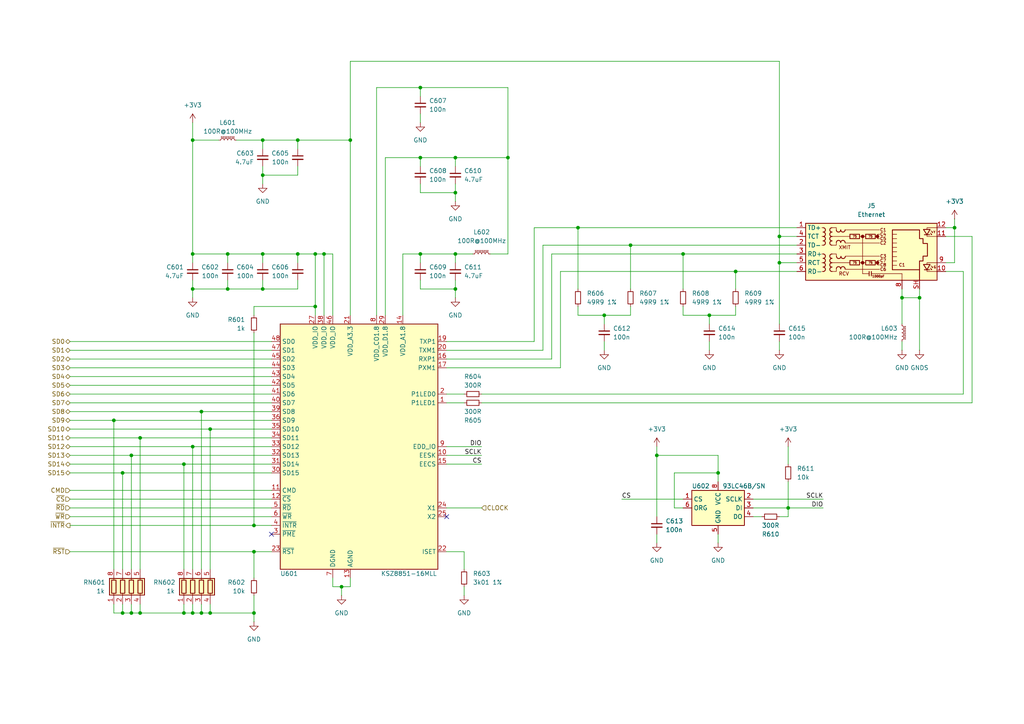
<source format=kicad_sch>
(kicad_sch (version 20250114) (generator "eeschema") (generator_version "9.0")
  (paper "A4")
  (lib_symbols
    (symbol "Connector:RJ45_Hanrun_HR911105A_Horizontal"
      (property "Reference" "J" (at 18.415 10.16 0))
      (property "Value" "RJ45_Hanrun_HR911105A_Horizontal" (at -19.05 10.16 0))
      (symbol "RJ45_Hanrun_HR911105A_Horizontal_0_0"
        (circle (center -1.27 5.08) (radius 0.0001) (stroke (width 0.508)))
        (polyline (pts (xy -1.27 5.08) (xy -1.27 -5.715)))
        (circle (center -1.27 -2.54) (radius 0.0001) (stroke (width 0.508)))
        (polyline (pts (xy 0.635 -5.08) (xy 0.635 -6.35)) (stroke (width 0.254)))
        (polyline (pts (xy 1.27 -5.08) (xy 1.27 -6.35)) (stroke (width 0.254)))
        (polyline (pts (xy 3.048 5.08) (xy 2.54 5.08)))
        (circle (center 3.048 5.08) (radius 0.0001) (stroke (width 0.508)))
        (polyline (pts (xy 3.048 -2.54) (xy 2.54 -2.54)))
        (circle (center 3.048 -2.54) (radius 0.0001) (stroke (width 0.508)))
        (polyline (pts (xy 3.683 5.715) (xy 3.048 5.715) (xy 3.048 4.445) (xy 3.683 4.445)))
        (polyline (pts (xy 3.683 -1.905) (xy 3.048 -1.905) (xy 3.048 -3.175) (xy 3.683 -3.175)))
        (polyline (pts (xy 17.399 7.112) (xy 17.399 7.62) (xy 20.32 7.62)))
        (polyline (pts (xy 17.399 -3.048) (xy 17.399 -2.54) (xy 20.32 -2.54)))
        (polyline (pts (xy 20.32 5.08) (xy 17.399 5.08) (xy 17.399 5.588)))
        (polyline (pts (xy 20.32 -5.08) (xy 17.399 -5.08) (xy 17.399 -4.572)))
        (text "XMIT" (at -8.255 1.905 0) (effects (font (size 1.016 1.016)) (justify left)))
        (text "RCV" (at -8.255 -5.715 0) (effects (font (size 1.016 1.016)) (justify left)))
        (text "C1" (at 4.699 6.985 0) (effects (font (size 0.889 0.889))))
        (text "C4" (at 4.699 5.715 0) (effects (font (size 0.889 0.889))))
        (text "C5" (at 4.699 4.445 0) (effects (font (size 0.889 0.889))))
        (text "C2" (at 4.699 3.175 0) (effects (font (size 0.889 0.889))))
        (text "C3" (at 4.699 -0.635 0) (effects (font (size 0.889 0.889))))
        (text "C7" (at 4.699 -1.905 0) (effects (font (size 0.889 0.889))))
        (text "C8" (at 4.699 -3.175 0) (effects (font (size 0.889 0.889))))
        (text "C6" (at 4.699 -4.445 0) (effects (font (size 0.889 0.889))))
        (text "C1" (at 10.16 -3.175 0) (effects (font (size 0.889 0.889))))
      )
      (symbol "RJ45_Hanrun_HR911105A_Horizontal_0_1"
        (rectangle (start -17.78 8.89) (end 20.32 -7.62) (stroke (width 0.254)) (fill (type background)))
        (polyline (pts (xy -12.7 7.62) (xy -13.081 7.62)))
        (polyline (pts (xy -12.7 5.08) (xy -13.081 5.08)))
        (polyline (pts (xy -12.7 2.54) (xy -13.081 2.54)))
        (polyline (pts (xy -12.7 0) (xy -13.081 0)))
        (polyline (pts (xy -12.7 -2.54) (xy -13.081 -2.54)))
        (polyline (pts (xy -12.7 -5.08) (xy -13.081 -5.08)))
        (polyline (pts (xy -10.16 7.62) (xy -8.89 7.62) (xy -8.89 6.985)))
        (polyline (pts (xy -10.16 0) (xy -8.89 0) (xy -8.89 -0.635)))
        (polyline (pts (xy -8.89 3.175) (xy -8.89 2.54) (xy -10.16 2.54)))
        (polyline (pts (xy -8.89 -4.445) (xy -8.89 -5.08) (xy -10.16 -5.08)))
        (polyline (pts (xy -6.35 6.985) (xy 3.683 6.985)))
        (polyline (pts (xy -6.35 3.175) (xy 3.683 3.175)))
        (polyline (pts (xy -6.35 -4.445) (xy 3.683 -4.445)))
        (polyline (pts (xy -6.223 -0.635) (xy 3.683 -0.635)))
        (polyline (pts (xy -5.08 -2.54) (xy -10.16 -2.54)))
        (polyline (pts (xy -4.953 5.08) (xy -10.16 5.08)))
        (polyline (pts (xy -2.159 5.08) (xy -0.381 5.08)))
        (polyline (pts (xy -2.159 -2.54) (xy -0.381 -2.54)))
        (polyline (pts (xy 0.635 -5.715) (xy -1.27 -5.715)))
        (polyline (pts (xy 7.366 3.175) (xy 8.636 3.175)))
        (polyline (pts (xy 7.366 1.905) (xy 8.636 1.905)))
        (polyline (pts (xy 7.366 0.635) (xy 8.636 0.635)))
        (polyline (pts (xy 7.366 -0.762) (xy 8.636 -0.762)))
        (polyline (pts (xy 7.366 -2.032) (xy 8.636 -2.032)))
        (polyline (pts (xy 8.636 5.715) (xy 7.366 5.715)))
        (polyline (pts (xy 8.636 4.445) (xy 7.366 4.445)))
        (polyline (pts (xy 8.636 -3.302) (xy 7.366 -3.302)))
        (polyline (pts (xy 10.16 -5.715) (xy 1.27 -5.715)))
        (polyline (pts (xy 10.16 -5.715) (xy 10.16 -7.62)))
      )
      (symbol "RJ45_Hanrun_HR911105A_Horizontal_1_0"
        (text "1000pF" (at 3.302 -6.477 0) (effects (font (size 0.635 0.635))))
      )
      (symbol "RJ45_Hanrun_HR911105A_Horizontal_1_1"
        (arc (start -12.7 0) (mid -12.0677 -0.635) (end -12.7 -1.27) (stroke (width 0.254)))
        (arc (start -12.6973 7.62) (mid -12.065 6.985) (end -12.6973 6.35) (stroke (width 0.254)))
        (arc (start -12.6973 -1.27) (mid -12.065 -1.905) (end -12.6973 -2.54) (stroke (width 0.254)))
        (arc (start -12.6973 -2.54) (mid -12.065 -3.175) (end -12.6973 -3.81) (stroke (width 0.254)))
        (arc (start -12.6973 -3.81) (mid -12.065 -4.445) (end -12.6973 -5.08) (stroke (width 0.254)))
        (arc (start -12.6946 6.35) (mid -12.0623 5.715) (end -12.6946 5.08) (stroke (width 0.254)))
        (arc (start -12.6946 5.08) (mid -12.0623 4.445) (end -12.6946 3.81) (stroke (width 0.254)))
        (arc (start -12.6946 3.81) (mid -12.0623 3.175) (end -12.6946 2.54) (stroke (width 0.254)))
        (arc (start -10.1654 6.35) (mid -10.7977 6.985) (end -10.1654 7.62) (stroke (width 0.254)))
        (arc (start -10.1654 5.08) (mid -10.7977 5.715) (end -10.1654 6.35) (stroke (width 0.254)))
        (arc (start -10.1654 3.81) (mid -10.7977 4.445) (end -10.1654 5.08) (stroke (width 0.254)))
        (arc (start -10.1654 -1.27) (mid -10.7977 -0.635) (end -10.1654 0) (stroke (width 0.254)))
        (arc (start -10.1654 -2.54) (mid -10.7977 -1.905) (end -10.1654 -1.27) (stroke (width 0.254)))
        (arc (start -10.1654 -3.81) (mid -10.7977 -3.175) (end -10.1654 -2.54) (stroke (width 0.254)))
        (arc (start -10.1627 2.54) (mid -10.795 3.175) (end -10.1627 3.81) (stroke (width 0.254)))
        (arc (start -10.1627 -5.08) (mid -10.795 -4.445) (end -10.1627 -3.81) (stroke (width 0.254)))
        (arc (start -7.62 6.9823) (mid -8.255 6.35) (end -8.89 6.9823) (stroke (width 0.254)))
        (arc (start -8.89 3.3047) (mid -8.255 3.937) (end -7.62 3.3047) (stroke (width 0.254)))
        (arc (start -8.89 -4.3153) (mid -8.255 -3.683) (end -7.62 -4.3153) (stroke (width 0.254)))
        (arc (start -7.5565 -0.7012) (mid -8.1915 -1.3335) (end -8.8265 -0.7012) (stroke (width 0.254)))
        (arc (start -6.35 6.985) (mid -6.985 6.3527) (end -7.62 6.985) (stroke (width 0.254)))
        (arc (start -7.62 3.3074) (mid -6.985 3.9397) (end -6.35 3.3074) (stroke (width 0.254)))
        (arc (start -7.62 -4.3126) (mid -6.985 -3.6803) (end -6.35 -4.3126) (stroke (width 0.254)))
        (arc (start -6.2865 -0.6985) (mid -6.9215 -1.3308) (end -7.5565 -0.6985) (stroke (width 0.254)))
        (rectangle (start -4.953 5.715) (end -2.159 4.445) (stroke (width 0.254)))
        (rectangle (start -4.953 -1.905) (end -2.159 -3.175) (stroke (width 0.254)))
        (rectangle (start -0.381 5.715) (end 2.413 4.445) (stroke (width 0.254)))
        (rectangle (start -0.381 -1.905) (end 2.413 -3.175) (stroke (width 0.254)))
        (polyline (pts (xy 7.366 -4.572) (xy 7.366 6.985) (xy 15.24 6.985) (xy 15.24 4.445) (xy 16.256 4.445) (xy 16.256 3.048) (xy 17.526 3.048) (xy 17.526 -0.635) (xy 16.256 -0.635) (xy 16.256 -2.032) (xy 15.24 -2.032) (xy 15.24 -4.572) (xy 7.366 -4.572)) (stroke (width 0.254)))
        (polyline (pts (xy 15.24 -7.62) (xy 15.24 -4.572)) (stroke (width 0.254)))
        (polyline (pts (xy 18.161 5.588) (xy 16.637 5.588)) (stroke (width 0.254)))
        (polyline (pts (xy 18.161 -4.572) (xy 16.637 -4.572)) (stroke (width 0.254)))
        (polyline (pts (xy 18.288 7.112) (xy 16.383 7.112) (xy 17.399 5.588) (xy 18.288 7.112)) (stroke (width 0.254)))
        (polyline (pts (xy 18.288 6.096) (xy 18.796 5.588) (xy 18.542 5.588)))
        (polyline (pts (xy 18.288 -3.048) (xy 16.383 -3.048) (xy 17.399 -4.572) (xy 18.288 -3.048)) (stroke (width 0.254)))
        (polyline (pts (xy 18.288 -4.064) (xy 18.796 -4.572) (xy 18.542 -4.572)))
        (polyline (pts (xy 18.542 6.731) (xy 19.05 6.223) (xy 18.796 6.223)))
        (polyline (pts (xy 18.542 -3.429) (xy 19.05 -3.937) (xy 18.796 -3.937)))
        (polyline (pts (xy 18.796 5.588) (xy 18.796 5.842)))
        (polyline (pts (xy 18.796 -4.572) (xy 18.796 -4.318)))
        (polyline (pts (xy 19.05 6.223) (xy 19.05 6.477)))
        (polyline (pts (xy 19.05 -3.937) (xy 19.05 -3.683)))
        (text "75" (at -3.556 5.08 0) (effects (font (size 0.635 0.635))))
        (text "75" (at -3.556 -2.54 0) (effects (font (size 0.635 0.635))))
        (text "75" (at 1.016 5.08 0) (effects (font (size 0.635 0.635))))
        (text "75" (at 1.016 -2.54 0) (effects (font (size 0.635 0.635))))
        (text "Y" (at 19.558 6.35 0) (effects (font (size 0.635 0.635))))
        (text "G" (at 19.685 -3.81 0) (effects (font (size 0.635 0.635))))
        (pin passive line (at -20.32 7.62 0) (length 2.54) (name "TD+") (number "1"))
        (pin passive line (at -20.32 5.08 0) (length 2.54) (name "TCT") (number "4"))
        (pin passive line (at -20.32 2.54 0) (length 2.54) (name "TD-") (number "2"))
        (pin passive line (at -20.32 0 0) (length 2.54) (name "RD+") (number "3"))
        (pin passive line (at -20.32 -2.54 0) (length 2.54) (name "RCT") (number "5"))
        (pin passive line (at -20.32 -5.08 0) (length 2.54) (name "RD-") (number "6"))
        (pin power_in line (at 10.16 -10.16 90) (length 2.54) (name "") (number "8"))
        (pin passive line (at 15.24 -10.16 90) (length 2.54) (name "") (number "SH"))
        (pin no_connect line (at 20.32 0 0) (length 0) (hide yes) (name "NC") (number "7"))
        (pin passive line (at 22.86 7.62 180) (length 2.54) (name "") (number "12"))
        (pin passive line (at 22.86 5.08 180) (length 2.54) (name "") (number "11"))
        (pin passive line (at 22.86 -2.54 180) (length 2.54) (name "") (number "9"))
        (pin passive line (at 22.86 -5.08 180) (length 2.54) (name "") (number "10"))
      )
    )
    (symbol "Device:C_Small" (pin_numbers (hide yes)) (pin_names (offset 0.254) (hide yes))
      (property "Reference" "C" (at 0.254 1.778 0))
      (property "Value" "C_Small" (at 0.254 -2.032 0))
      (symbol "C_Small_0_1"
        (polyline (pts (xy -1.524 0.508) (xy 1.524 0.508)) (stroke (width 0.3048)))
        (polyline (pts (xy -1.524 -0.508) (xy 1.524 -0.508)) (stroke (width 0.3302)))
      )
      (symbol "C_Small_1_1"
        (pin passive line (at 0 2.54 270) (length 2.032) (name "~") (number "1"))
        (pin passive line (at 0 -2.54 90) (length 2.032) (name "~") (number "2"))
      )
    )
    (symbol "Device:L_Ferrite_Small" (pin_numbers (hide yes)) (pin_names (offset 0.254) (hide yes))
      (property "Reference" "L" (at 1.27 1.016 0))
      (property "Value" "L_Ferrite_Small" (at 1.27 -1.27 0))
      (symbol "L_Ferrite_Small_0_1"
        (arc (start 0 2.032) (mid 0.5058 1.524) (end 0 1.016))
        (arc (start 0 1.016) (mid 0.5058 0.508) (end 0 0))
        (arc (start 0 0) (mid 0.5058 -0.508) (end 0 -1.016))
        (arc (start 0 -1.016) (mid 0.5058 -1.524) (end 0 -2.032))
        (polyline (pts (xy 0.762 1.651) (xy 0.762 1.905)))
        (polyline (pts (xy 0.762 1.143) (xy 0.762 1.397)))
        (polyline (pts (xy 0.762 0.635) (xy 0.762 0.889)))
        (polyline (pts (xy 0.762 0.127) (xy 0.762 0.381)))
        (polyline (pts (xy 0.762 -0.381) (xy 0.762 -0.127)))
        (polyline (pts (xy 0.762 -0.889) (xy 0.762 -0.635)))
        (polyline (pts (xy 0.762 -1.397) (xy 0.762 -1.143)))
        (polyline (pts (xy 0.762 -1.905) (xy 0.762 -1.651)))
        (polyline (pts (xy 1.016 1.905) (xy 1.016 1.651)))
        (polyline (pts (xy 1.016 1.397) (xy 1.016 1.143)))
        (polyline (pts (xy 1.016 0.889) (xy 1.016 0.635)))
        (polyline (pts (xy 1.016 0.381) (xy 1.016 0.127)))
        (polyline (pts (xy 1.016 -0.127) (xy 1.016 -0.381)))
        (polyline (pts (xy 1.016 -0.635) (xy 1.016 -0.889)))
        (polyline (pts (xy 1.016 -1.143) (xy 1.016 -1.397)))
        (polyline (pts (xy 1.016 -1.651) (xy 1.016 -1.905)))
      )
      (symbol "L_Ferrite_Small_1_1"
        (pin passive line (at 0 2.54 270) (length 0.508) (name "~") (number "1"))
        (pin passive line (at 0 -2.54 90) (length 0.508) (name "~") (number "2"))
      )
    )
    (symbol "Device:R_Pack04" (pin_names (offset 0) (hide yes))
      (property "Reference" "RN" (at -7.62 0 90))
      (property "Value" "R_Pack04" (at 5.08 0 90))
      (symbol "R_Pack04_0_1"
        (rectangle (start -6.35 -2.413) (end 3.81 2.413) (stroke (width 0.254)) (fill (type background)))
        (rectangle (start -5.715 1.905) (end -4.445 -1.905) (stroke (width 0.254)))
        (polyline (pts (xy -5.08 1.905) (xy -5.08 2.54)))
        (polyline (pts (xy -5.08 -2.54) (xy -5.08 -1.905)))
        (rectangle (start -3.175 1.905) (end -1.905 -1.905) (stroke (width 0.254)))
        (polyline (pts (xy -2.54 1.905) (xy -2.54 2.54)))
        (polyline (pts (xy -2.54 -2.54) (xy -2.54 -1.905)))
        (rectangle (start -0.635 1.905) (end 0.635 -1.905) (stroke (width 0.254)))
        (polyline (pts (xy 0 1.905) (xy 0 2.54)))
        (polyline (pts (xy 0 -2.54) (xy 0 -1.905)))
        (rectangle (start 1.905 1.905) (end 3.175 -1.905) (stroke (width 0.254)))
        (polyline (pts (xy 2.54 1.905) (xy 2.54 2.54)))
        (polyline (pts (xy 2.54 -2.54) (xy 2.54 -1.905)))
      )
      (symbol "R_Pack04_1_1"
        (pin passive line (at -5.08 5.08 270) (length 2.54) (name "R1.2") (number "8"))
        (pin passive line (at -5.08 -5.08 90) (length 2.54) (name "R1.1") (number "1"))
        (pin passive line (at -2.54 5.08 270) (length 2.54) (name "R2.2") (number "7"))
        (pin passive line (at -2.54 -5.08 90) (length 2.54) (name "R2.1") (number "2"))
        (pin passive line (at 0 5.08 270) (length 2.54) (name "R3.2") (number "6"))
        (pin passive line (at 0 -5.08 90) (length 2.54) (name "R3.1") (number "3"))
        (pin passive line (at 2.54 5.08 270) (length 2.54) (name "R4.2") (number "5"))
        (pin passive line (at 2.54 -5.08 90) (length 2.54) (name "R4.1") (number "4"))
      )
    )
    (symbol "Device:R_Small" (pin_numbers (hide yes)) (pin_names (offset 0.254) (hide yes))
      (property "Reference" "R" (at 0.762 0.508 0))
      (property "Value" "R_Small" (at 0.762 -1.016 0))
      (symbol "R_Small_0_1"
        (rectangle (start -0.762 1.778) (end 0.762 -1.778) (stroke (width 0.2032)))
      )
      (symbol "R_Small_1_1"
        (pin passive line (at 0 2.54 270) (length 0.762) (name "~") (number "1"))
        (pin passive line (at 0 -2.54 90) (length 0.762) (name "~") (number "2"))
      )
    )
    (symbol "Memory_EEPROM:93LCxxC"
      (property "Reference" "U" (at -7.62 6.35 0))
      (property "Value" "93LCxxC" (at 2.54 -6.35 0))
      (symbol "93LCxxC_1_1"
        (rectangle (start -7.62 5.08) (end 7.62 -5.08) (stroke (width 0.254)) (fill (type background)))
        (pin input line (at -10.16 2.54 0) (length 2.54) (name "CS") (number "1"))
        (pin input line (at -10.16 0 0) (length 2.54) (name "ORG") (number "6"))
        (pin no_connect line (at -7.62 -2.54 0) (length 2.54) (hide yes) (name "NC") (number "7"))
        (pin power_in line (at 0 7.62 270) (length 2.54) (name "VCC") (number "8"))
        (pin power_in line (at 0 -7.62 90) (length 2.54) (name "GND") (number "5"))
        (pin input line (at 10.16 2.54 180) (length 2.54) (name "SCLK") (number "2"))
        (pin input line (at 10.16 0 180) (length 2.54) (name "DI") (number "3"))
        (pin tri_state line (at 10.16 -2.54 180) (length 2.54) (name "DO") (number "4"))
      )
    )
    (symbol "power:+3V3" (power) (pin_numbers (hide yes)) (pin_names (offset 0) (hide yes))
      (property "Value" "+3V3" (at 0 3.556 0))
      (symbol "+3V3_0_1"
        (polyline (pts (xy -0.762 1.27) (xy 0 2.54)))
        (polyline (pts (xy 0 2.54) (xy 0.762 1.27)))
        (polyline (pts (xy 0 0) (xy 0 2.54)))
      )
      (symbol "+3V3_1_1"
        (pin power_in line (at 0 0 90) (length 0) (name "~") (number "1"))
      )
    )
    (symbol "power:GND" (power) (pin_numbers (hide yes)) (pin_names (offset 0) (hide yes))
      (property "Value" "GND" (at 0 -3.81 0))
      (symbol "GND_0_1"
        (polyline (pts (xy 0 0) (xy 0 -1.27) (xy 1.27 -1.27) (xy 0 -2.54) (xy -1.27 -1.27) (xy 0 -1.27)))
      )
      (symbol "GND_1_1"
        (pin power_in line (at 0 0 270) (length 0) (name "~") (number "1"))
      )
    )
    (symbol "power:GNDS" (power) (pin_numbers (hide yes)) (pin_names (offset 0) (hide yes))
      (property "Value" "GNDS" (at 0 -3.81 0))
      (symbol "GNDS_0_1"
        (polyline (pts (xy 0 0) (xy 0 -1.27) (xy 1.27 -1.27) (xy 0 -2.54) (xy -1.27 -1.27) (xy 0 -1.27)))
      )
      (symbol "GNDS_1_1"
        (pin power_in line (at 0 0 270) (length 0) (name "~") (number "1"))
      )
    )
    (symbol "stmbl-fpga-master:KSZ8851-16MLLx"
      (property "Reference" "U" (at 27.94 12.7 0))
      (symbol "KSZ8851-16MLLx_1_0"
        (pin bidirectional line (at -25.4 30.48 0) (length 2.54) (name "SD0") (number "48"))
        (pin bidirectional line (at -25.4 27.94 0) (length 2.54) (name "SD1") (number "47"))
        (pin bidirectional line (at -25.4 25.4 0) (length 2.54) (name "SD2") (number "45"))
        (pin bidirectional line (at -25.4 22.86 0) (length 2.54) (name "SD3") (number "44"))
        (pin bidirectional line (at -25.4 20.32 0) (length 2.54) (name "SD4") (number "43"))
        (pin bidirectional line (at -25.4 17.78 0) (length 2.54) (name "SD5") (number "42"))
        (pin bidirectional line (at -25.4 15.24 0) (length 2.54) (name "SD6") (number "41"))
        (pin bidirectional line (at -25.4 12.7 0) (length 2.54) (name "SD7") (number "40"))
        (pin bidirectional line (at -25.4 10.16 0) (length 2.54) (name "SD8") (number "39"))
        (pin bidirectional line (at -25.4 7.62 0) (length 2.54) (name "SD9") (number "36"))
        (pin bidirectional line (at -25.4 5.08 0) (length 2.54) (name "SD10") (number "35"))
        (pin bidirectional line (at -25.4 2.54 0) (length 2.54) (name "SD11") (number "34"))
        (pin bidirectional line (at -25.4 0 0) (length 2.54) (name "SD12") (number "33"))
        (pin bidirectional line (at -25.4 -2.54 0) (length 2.54) (name "SD13") (number "32"))
        (pin bidirectional line (at -25.4 -5.08 0) (length 2.54) (name "SD14") (number "31"))
        (pin bidirectional line (at -25.4 -7.62 0) (length 2.54) (name "SD15") (number "30"))
        (pin input line (at -25.4 -12.7 0) (length 2.54) (name "CMD") (number "11"))
        (pin input line (at -25.4 -15.24 0) (length 2.54) (name "~{CS}") (number "12"))
        (pin input line (at -25.4 -17.78 0) (length 2.54) (name "~{RD}") (number "5"))
        (pin input line (at -25.4 -20.32 0) (length 2.54) (name "~{WR}") (number "6"))
        (pin output line (at -25.4 -22.86 0) (length 2.54) (name "~{INTR}") (number "4"))
        (pin output line (at -25.4 -25.4 0) (length 2.54) (name "~{PME}") (number "3"))
        (pin input line (at -25.4 -30.48 0) (length 2.54) (name "~{RST}") (number "23"))
        (pin power_in line (at -12.7 38.1 270) (length 2.54) (name "VDD_IO") (number "27"))
        (pin power_in line (at -10.16 38.1 270) (length 2.54) (name "VDD_IO") (number "38"))
        (pin power_in line (at -7.62 38.1 270) (length 2.54) (name "VDD_IO") (number "46"))
        (pin passive line (at -7.62 -38.1 90) (length 2.54) (hide yes) (name "DGND") (number "26"))
        (pin passive line (at -7.62 -38.1 90) (length 2.54) (hide yes) (name "DGND") (number "28"))
        (pin passive line (at -7.62 -38.1 90) (length 2.54) (hide yes) (name "DGND") (number "37"))
        (pin power_in line (at -7.62 -38.1 90) (length 2.54) (name "DGND") (number "7"))
        (pin power_in line (at -2.54 38.1 270) (length 2.54) (name "VDD_A3.3") (number "21"))
        (pin power_in line (at -2.54 -38.1 90) (length 2.54) (name "AGND") (number "13"))
        (pin passive line (at -2.54 -38.1 90) (length 2.54) (hide yes) (name "AGND") (number "18"))
        (pin power_out line (at 5.08 38.1 270) (length 2.54) (name "VDD_CO1.8") (number "8"))
        (pin power_in line (at 7.62 38.1 270) (length 2.54) (name "VDD_D1.8") (number "29"))
        (pin power_in line (at 12.7 38.1 270) (length 2.54) (name "VDD_A1.8") (number "14"))
        (pin bidirectional line (at 25.4 30.48 180) (length 2.54) (name "TXP1") (number "19"))
        (pin bidirectional line (at 25.4 27.94 180) (length 2.54) (name "TXM1") (number "20"))
        (pin bidirectional line (at 25.4 25.4 180) (length 2.54) (name "RXP1") (number "16"))
        (pin bidirectional line (at 25.4 22.86 180) (length 2.54) (name "PXM1") (number "17"))
        (pin output line (at 25.4 15.24 180) (length 2.54) (name "P1LED0") (number "2"))
        (pin output line (at 25.4 12.7 180) (length 2.54) (name "P1LED1") (number "1"))
        (pin bidirectional line (at 25.4 0 180) (length 2.54) (name "EDD_IO") (number "9"))
        (pin output line (at 25.4 -2.54 180) (length 2.54) (name "EESK") (number "10"))
        (pin output line (at 25.4 -5.08 180) (length 2.54) (name "EECS") (number "15"))
        (pin input line (at 25.4 -17.78 180) (length 2.54) (name "X1") (number "24"))
        (pin output line (at 25.4 -20.32 180) (length 2.54) (name "X2") (number "25"))
        (pin output line (at 25.4 -30.48 180) (length 2.54) (name "ISET") (number "22"))
      )
      (symbol "KSZ8851-16MLLx_1_1"
        (rectangle (start -22.86 35.56) (end 22.86 -35.56) (stroke (width 0.254)) (fill (type background)))
      )
    )
  )
  (junction (at 55.88 40.64))
  (junction (at 66.04 73.66))
  (junction (at 55.88 83.82))
  (junction (at 226.06 76.2))
  (junction (at 38.1 132.08))
  (junction (at 53.34 177.8))
  (junction (at 182.88 71.12))
  (junction (at 86.36 40.64))
  (junction (at 226.06 68.58))
  (junction (at 53.34 134.62))
  (junction (at 121.92 73.66))
  (junction (at 93.98 73.66))
  (junction (at 40.64 177.8))
  (junction (at 33.02 121.92))
  (junction (at 55.88 177.8))
  (junction (at 86.36 73.66))
  (junction (at 58.42 177.8))
  (junction (at 66.04 83.82))
  (junction (at 147.32 45.72))
  (junction (at 208.28 137.16))
  (junction (at 73.66 177.8))
  (junction (at 40.64 127))
  (junction (at 55.88 129.54))
  (junction (at 167.64 66.04))
  (junction (at 175.26 91.44))
  (junction (at 55.88 73.66))
  (junction (at 76.2 50.8))
  (junction (at 121.92 45.72))
  (junction (at 76.2 73.66))
  (junction (at 101.6 40.64))
  (junction (at 58.42 119.38))
  (junction (at 38.1 177.8))
  (junction (at 99.06 170.18))
  (junction (at 132.08 83.82))
  (junction (at 190.5 132.08))
  (junction (at 198.12 73.66))
  (junction (at 132.08 55.88))
  (junction (at 91.44 73.66))
  (junction (at 205.74 91.44))
  (junction (at 60.96 177.8))
  (junction (at 132.08 45.72))
  (junction (at 132.08 73.66))
  (junction (at 91.44 88.9))
  (junction (at 121.92 25.4))
  (junction (at 35.56 137.16))
  (junction (at 35.56 177.8))
  (junction (at 76.2 83.82))
  (junction (at 73.66 160.02))
  (junction (at 213.36 78.74))
  (junction (at 73.66 152.4))
  (junction (at 266.7 86.36))
  (junction (at 228.6 147.32))
  (junction (at 276.86 66.04))
  (junction (at 60.96 124.46))
  (junction (at 261.62 86.36))
  (junction (at 76.2 40.64))
  (no_connect (at 78.74 154.94))
  (no_connect (at 129.54 149.86))
  (wire (pts (xy 208.28 154.94) (xy 208.28 157.48)))
  (wire (pts (xy 175.26 91.44) (xy 182.88 91.44)))
  (wire (pts (xy 20.32 111.76) (xy 78.74 111.76)))
  (wire (pts (xy 55.88 83.82) (xy 66.04 83.82)))
  (wire (pts (xy 147.32 25.4) (xy 121.92 25.4)))
  (wire (pts (xy 20.32 104.14) (xy 78.74 104.14)))
  (wire (pts (xy 121.92 45.72) (xy 121.92 48.26)))
  (wire (pts (xy 167.64 88.9) (xy 167.64 91.44)))
  (wire (pts (xy 73.66 172.72) (xy 73.66 177.8)))
  (wire (pts (xy 55.88 129.54) (xy 78.74 129.54)))
  (wire (pts (xy 132.08 53.34) (xy 132.08 55.88)))
  (wire (pts (xy 60.96 124.46) (xy 60.96 165.1)))
  (wire (pts (xy 20.32 119.38) (xy 58.42 119.38)))
  (wire (pts (xy 66.04 73.66) (xy 55.88 73.66)))
  (wire (pts (xy 99.06 170.18) (xy 101.6 170.18)))
  (wire (pts (xy 276.86 66.04) (xy 276.86 76.2)))
  (wire (pts (xy 20.32 127) (xy 40.64 127)))
  (wire (pts (xy 58.42 177.8) (xy 60.96 177.8)))
  (wire (pts (xy 20.32 160.02) (xy 73.66 160.02)))
  (wire (pts (xy 147.32 73.66) (xy 147.32 45.72)))
  (wire (pts (xy 20.32 134.62) (xy 53.34 134.62)))
  (wire (pts (xy 66.04 81.28) (xy 66.04 83.82)))
  (wire (pts (xy 182.88 91.44) (xy 182.88 88.9)))
  (wire (pts (xy 213.36 78.74) (xy 231.14 78.74)))
  (wire (pts (xy 129.54 101.6) (xy 157.48 101.6)))
  (wire (pts (xy 40.64 177.8) (xy 53.34 177.8)))
  (wire (pts (xy 175.26 99.06) (xy 175.26 101.6)))
  (wire (pts (xy 129.54 132.08) (xy 139.7 132.08)))
  (wire (pts (xy 38.1 132.08) (xy 38.1 165.1)))
  (wire (pts (xy 20.32 124.46) (xy 60.96 124.46)))
  (wire (pts (xy 279.4 78.74) (xy 279.4 114.3)))
  (wire (pts (xy 55.88 175.26) (xy 55.88 177.8)))
  (wire (pts (xy 73.66 177.8) (xy 73.66 180.34)))
  (wire (pts (xy 228.6 147.32) (xy 238.76 147.32)))
  (wire (pts (xy 20.32 99.06) (xy 78.74 99.06)))
  (wire (pts (xy 40.64 127) (xy 40.64 165.1)))
  (wire (pts (xy 96.52 73.66) (xy 96.52 91.44)))
  (wire (pts (xy 76.2 40.64) (xy 76.2 43.18)))
  (wire (pts (xy 226.06 149.86) (xy 228.6 149.86)))
  (wire (pts (xy 40.64 175.26) (xy 40.64 177.8)))
  (wire (pts (xy 33.02 121.92) (xy 78.74 121.92)))
  (wire (pts (xy 274.32 68.58) (xy 281.94 68.58)))
  (wire (pts (xy 53.34 175.26) (xy 53.34 177.8)))
  (wire (pts (xy 154.94 66.04) (xy 154.94 99.06)))
  (wire (pts (xy 91.44 88.9) (xy 91.44 91.44)))
  (wire (pts (xy 109.22 25.4) (xy 109.22 91.44)))
  (wire (pts (xy 121.92 73.66) (xy 121.92 76.2)))
  (wire (pts (xy 60.96 124.46) (xy 78.74 124.46)))
  (wire (pts (xy 76.2 73.66) (xy 76.2 76.2)))
  (wire (pts (xy 20.32 106.68) (xy 78.74 106.68)))
  (wire (pts (xy 96.52 73.66) (xy 93.98 73.66)))
  (wire (pts (xy 139.7 114.3) (xy 279.4 114.3)))
  (wire (pts (xy 73.66 152.4) (xy 78.74 152.4)))
  (wire (pts (xy 20.32 109.22) (xy 78.74 109.22)))
  (wire (pts (xy 213.36 91.44) (xy 213.36 88.9)))
  (wire (pts (xy 160.02 73.66) (xy 160.02 104.14)))
  (wire (pts (xy 266.7 83.82) (xy 266.7 86.36)))
  (wire (pts (xy 160.02 104.14) (xy 129.54 104.14)))
  (wire (pts (xy 60.96 177.8) (xy 60.96 175.26)))
  (wire (pts (xy 198.12 147.32) (xy 195.58 147.32)))
  (wire (pts (xy 55.88 177.8) (xy 58.42 177.8)))
  (wire (pts (xy 226.06 17.78) (xy 101.6 17.78)))
  (wire (pts (xy 35.56 137.16) (xy 35.56 165.1)))
  (wire (pts (xy 132.08 83.82) (xy 132.08 86.36)))
  (wire (pts (xy 73.66 96.52) (xy 73.66 152.4)))
  (wire (pts (xy 175.26 91.44) (xy 175.26 93.98)))
  (wire (pts (xy 78.74 160.02) (xy 73.66 160.02)))
  (wire (pts (xy 20.32 147.32) (xy 78.74 147.32)))
  (wire (pts (xy 261.62 83.82) (xy 261.62 86.36)))
  (wire (pts (xy 38.1 132.08) (xy 78.74 132.08)))
  (wire (pts (xy 190.5 154.94) (xy 190.5 157.48)))
  (wire (pts (xy 129.54 106.68) (xy 162.56 106.68)))
  (wire (pts (xy 76.2 81.28) (xy 76.2 83.82)))
  (wire (pts (xy 228.6 149.86) (xy 228.6 147.32)))
  (wire (pts (xy 157.48 101.6) (xy 157.48 71.12)))
  (wire (pts (xy 101.6 17.78) (xy 101.6 40.64)))
  (wire (pts (xy 198.12 73.66) (xy 231.14 73.66)))
  (wire (pts (xy 139.7 116.84) (xy 281.94 116.84)))
  (wire (pts (xy 60.96 177.8) (xy 73.66 177.8)))
  (wire (pts (xy 162.56 78.74) (xy 213.36 78.74)))
  (wire (pts (xy 134.62 170.18) (xy 134.62 172.72)))
  (wire (pts (xy 53.34 134.62) (xy 78.74 134.62)))
  (wire (pts (xy 198.12 88.9) (xy 198.12 91.44)))
  (wire (pts (xy 93.98 73.66) (xy 93.98 91.44)))
  (wire (pts (xy 121.92 45.72) (xy 132.08 45.72)))
  (wire (pts (xy 35.56 137.16) (xy 78.74 137.16)))
  (wire (pts (xy 226.06 99.06) (xy 226.06 101.6)))
  (wire (pts (xy 40.64 127) (xy 78.74 127)))
  (wire (pts (xy 53.34 134.62) (xy 53.34 165.1)))
  (wire (pts (xy 228.6 139.7) (xy 228.6 147.32)))
  (wire (pts (xy 121.92 55.88) (xy 132.08 55.88)))
  (wire (pts (xy 132.08 45.72) (xy 132.08 48.26)))
  (wire (pts (xy 20.32 132.08) (xy 38.1 132.08)))
  (wire (pts (xy 20.32 137.16) (xy 35.56 137.16)))
  (wire (pts (xy 20.32 121.92) (xy 33.02 121.92)))
  (wire (pts (xy 276.86 76.2) (xy 274.32 76.2)))
  (wire (pts (xy 55.88 83.82) (xy 55.88 86.36)))
  (wire (pts (xy 129.54 147.32) (xy 139.7 147.32)))
  (wire (pts (xy 53.34 177.8) (xy 55.88 177.8)))
  (wire (pts (xy 86.36 40.64) (xy 101.6 40.64)))
  (wire (pts (xy 96.52 170.18) (xy 99.06 170.18)))
  (wire (pts (xy 167.64 66.04) (xy 154.94 66.04)))
  (wire (pts (xy 86.36 40.64) (xy 86.36 43.18)))
  (wire (pts (xy 205.74 99.06) (xy 205.74 101.6)))
  (wire (pts (xy 205.74 91.44) (xy 205.74 93.98)))
  (wire (pts (xy 198.12 73.66) (xy 198.12 83.82)))
  (wire (pts (xy 35.56 175.26) (xy 35.56 177.8)))
  (wire (pts (xy 73.66 160.02) (xy 73.66 167.64)))
  (wire (pts (xy 129.54 129.54) (xy 139.7 129.54)))
  (wire (pts (xy 157.48 71.12) (xy 182.88 71.12)))
  (wire (pts (xy 99.06 170.18) (xy 99.06 172.72)))
  (wire (pts (xy 111.76 45.72) (xy 111.76 91.44)))
  (wire (pts (xy 129.54 116.84) (xy 134.62 116.84)))
  (wire (pts (xy 93.98 73.66) (xy 91.44 73.66)))
  (wire (pts (xy 231.14 68.58) (xy 226.06 68.58)))
  (wire (pts (xy 86.36 73.66) (xy 76.2 73.66)))
  (wire (pts (xy 20.32 152.4) (xy 73.66 152.4)))
  (wire (pts (xy 195.58 137.16) (xy 208.28 137.16)))
  (wire (pts (xy 129.54 134.62) (xy 139.7 134.62)))
  (wire (pts (xy 20.32 129.54) (xy 55.88 129.54)))
  (wire (pts (xy 132.08 45.72) (xy 147.32 45.72)))
  (wire (pts (xy 218.44 149.86) (xy 220.98 149.86)))
  (wire (pts (xy 91.44 73.66) (xy 91.44 88.9)))
  (wire (pts (xy 76.2 83.82) (xy 86.36 83.82)))
  (wire (pts (xy 33.02 177.8) (xy 35.56 177.8)))
  (wire (pts (xy 154.94 99.06) (xy 129.54 99.06)))
  (wire (pts (xy 167.64 91.44) (xy 175.26 91.44)))
  (wire (pts (xy 58.42 119.38) (xy 78.74 119.38)))
  (wire (pts (xy 20.32 144.78) (xy 78.74 144.78)))
  (wire (pts (xy 96.52 167.64) (xy 96.52 170.18)))
  (wire (pts (xy 226.06 76.2) (xy 226.06 93.98)))
  (wire (pts (xy 228.6 147.32) (xy 218.44 147.32)))
  (wire (pts (xy 261.62 99.06) (xy 261.62 101.6)))
  (wire (pts (xy 190.5 149.86) (xy 190.5 132.08)))
  (wire (pts (xy 86.36 81.28) (xy 86.36 83.82)))
  (wire (pts (xy 20.32 116.84) (xy 78.74 116.84)))
  (wire (pts (xy 129.54 114.3) (xy 134.62 114.3)))
  (wire (pts (xy 160.02 73.66) (xy 198.12 73.66)))
  (wire (pts (xy 167.64 66.04) (xy 167.64 83.82)))
  (wire (pts (xy 86.36 48.26) (xy 86.36 50.8)))
  (wire (pts (xy 66.04 73.66) (xy 66.04 76.2)))
  (wire (pts (xy 205.74 91.44) (xy 213.36 91.44)))
  (wire (pts (xy 198.12 144.78) (xy 180.34 144.78)))
  (wire (pts (xy 35.56 177.8) (xy 38.1 177.8)))
  (wire (pts (xy 208.28 137.16) (xy 208.28 139.7)))
  (wire (pts (xy 55.88 40.64) (xy 63.5 40.64)))
  (wire (pts (xy 55.88 81.28) (xy 55.88 83.82)))
  (wire (pts (xy 281.94 68.58) (xy 281.94 116.84)))
  (wire (pts (xy 147.32 45.72) (xy 147.32 25.4)))
  (wire (pts (xy 121.92 25.4) (xy 121.92 27.94)))
  (wire (pts (xy 121.92 73.66) (xy 132.08 73.66)))
  (wire (pts (xy 121.92 81.28) (xy 121.92 83.82)))
  (wire (pts (xy 226.06 68.58) (xy 226.06 76.2)))
  (wire (pts (xy 20.32 101.6) (xy 78.74 101.6)))
  (wire (pts (xy 228.6 129.54) (xy 228.6 134.62)))
  (wire (pts (xy 121.92 25.4) (xy 109.22 25.4)))
  (wire (pts (xy 86.36 40.64) (xy 76.2 40.64)))
  (wire (pts (xy 116.84 73.66) (xy 121.92 73.66)))
  (wire (pts (xy 58.42 175.26) (xy 58.42 177.8)))
  (wire (pts (xy 20.32 142.24) (xy 78.74 142.24)))
  (wire (pts (xy 276.86 63.5) (xy 276.86 66.04)))
  (wire (pts (xy 58.42 119.38) (xy 58.42 165.1)))
  (wire (pts (xy 226.06 68.58) (xy 226.06 17.78)))
  (wire (pts (xy 213.36 78.74) (xy 213.36 83.82)))
  (wire (pts (xy 231.14 76.2) (xy 226.06 76.2)))
  (wire (pts (xy 274.32 66.04) (xy 276.86 66.04)))
  (wire (pts (xy 167.64 66.04) (xy 231.14 66.04)))
  (wire (pts (xy 55.88 40.64) (xy 55.88 73.66)))
  (wire (pts (xy 55.88 35.56) (xy 55.88 40.64)))
  (wire (pts (xy 111.76 45.72) (xy 121.92 45.72)))
  (wire (pts (xy 55.88 73.66) (xy 55.88 76.2)))
  (wire (pts (xy 274.32 78.74) (xy 279.4 78.74)))
  (wire (pts (xy 76.2 73.66) (xy 66.04 73.66)))
  (wire (pts (xy 38.1 175.26) (xy 38.1 177.8)))
  (wire (pts (xy 116.84 73.66) (xy 116.84 91.44)))
  (wire (pts (xy 162.56 106.68) (xy 162.56 78.74)))
  (wire (pts (xy 266.7 86.36) (xy 266.7 101.6)))
  (wire (pts (xy 142.24 73.66) (xy 147.32 73.66)))
  (wire (pts (xy 182.88 71.12) (xy 231.14 71.12)))
  (wire (pts (xy 195.58 147.32) (xy 195.58 137.16)))
  (wire (pts (xy 33.02 121.92) (xy 33.02 165.1)))
  (wire (pts (xy 261.62 86.36) (xy 261.62 93.98)))
  (wire (pts (xy 134.62 160.02) (xy 134.62 165.1)))
  (wire (pts (xy 86.36 73.66) (xy 86.36 76.2)))
  (wire (pts (xy 76.2 48.26) (xy 76.2 50.8)))
  (wire (pts (xy 129.54 160.02) (xy 134.62 160.02)))
  (wire (pts (xy 208.28 132.08) (xy 208.28 137.16)))
  (wire (pts (xy 76.2 50.8) (xy 76.2 53.34)))
  (wire (pts (xy 66.04 83.82) (xy 76.2 83.82)))
  (wire (pts (xy 33.02 175.26) (xy 33.02 177.8)))
  (wire (pts (xy 190.5 129.54) (xy 190.5 132.08)))
  (wire (pts (xy 73.66 91.44) (xy 73.66 88.9)))
  (wire (pts (xy 121.92 33.02) (xy 121.92 35.56)))
  (wire (pts (xy 190.5 132.08) (xy 208.28 132.08)))
  (wire (pts (xy 218.44 144.78) (xy 238.76 144.78)))
  (wire (pts (xy 121.92 83.82) (xy 132.08 83.82)))
  (wire (pts (xy 101.6 167.64) (xy 101.6 170.18)))
  (wire (pts (xy 20.32 114.3) (xy 78.74 114.3)))
  (wire (pts (xy 132.08 81.28) (xy 132.08 83.82)))
  (wire (pts (xy 38.1 177.8) (xy 40.64 177.8)))
  (wire (pts (xy 261.62 86.36) (xy 266.7 86.36)))
  (wire (pts (xy 132.08 73.66) (xy 137.16 73.66)))
  (wire (pts (xy 182.88 71.12) (xy 182.88 83.82)))
  (wire (pts (xy 86.36 50.8) (xy 76.2 50.8)))
  (wire (pts (xy 55.88 129.54) (xy 55.88 165.1)))
  (wire (pts (xy 132.08 55.88) (xy 132.08 58.42)))
  (wire (pts (xy 68.58 40.64) (xy 76.2 40.64)))
  (wire (pts (xy 91.44 73.66) (xy 86.36 73.66)))
  (wire (pts (xy 121.92 53.34) (xy 121.92 55.88)))
  (wire (pts (xy 132.08 73.66) (xy 132.08 76.2)))
  (wire (pts (xy 198.12 91.44) (xy 205.74 91.44)))
  (wire (pts (xy 73.66 88.9) (xy 91.44 88.9)))
  (wire (pts (xy 101.6 40.64) (xy 101.6 91.44)))
  (wire (pts (xy 20.32 149.86) (xy 78.74 149.86)))
  (label "DIO" (at 139.7 129.54 180))
  (label "SCLK" (at 238.76 144.78 180))
  (label "CS" (at 139.7 134.62 180))
  (label "CS" (at 180.34 144.78 0))
  (label "SCLK" (at 139.7 132.08 180))
  (label "DIO" (at 238.76 147.32 180))
  (hierarchical_label "~{INTR}" (shape output) (at 20.32 152.4 180))
  (hierarchical_label "SD7" (shape bidirectional) (at 20.32 116.84 180))
  (hierarchical_label "SD6" (shape bidirectional) (at 20.32 114.3 180))
  (hierarchical_label "SD12" (shape bidirectional) (at 20.32 129.54 180))
  (hierarchical_label "SD4" (shape bidirectional) (at 20.32 109.22 180))
  (hierarchical_label "~{CS}" (shape input) (at 20.32 144.78 180))
  (hierarchical_label "SD5" (shape bidirectional) (at 20.32 111.76 180))
  (hierarchical_label "~{RST}" (shape input) (at 20.32 160.02 180))
  (hierarchical_label "SD8" (shape bidirectional) (at 20.32 119.38 180))
  (hierarchical_label "CLOCK" (shape input) (at 139.7 147.32 0))
  (hierarchical_label "SD14" (shape bidirectional) (at 20.32 134.62 180))
  (hierarchical_label "~{RD}" (shape input) (at 20.32 147.32 180))
  (hierarchical_label "SD13" (shape bidirectional) (at 20.32 132.08 180))
  (hierarchical_label "SD15" (shape bidirectional) (at 20.32 137.16 180))
  (hierarchical_label "SD0" (shape bidirectional) (at 20.32 99.06 180))
  (hierarchical_label "SD3" (shape bidirectional) (at 20.32 106.68 180))
  (hierarchical_label "SD1" (shape bidirectional) (at 20.32 101.6 180))
  (hierarchical_label "~{WR}" (shape input) (at 20.32 149.86 180))
  (hierarchical_label "SD11" (shape bidirectional) (at 20.32 127 180))
  (hierarchical_label "SD2" (shape bidirectional) (at 20.32 104.14 180))
  (hierarchical_label "CMD" (shape input) (at 20.32 142.24 180))
  (hierarchical_label "SD10" (shape bidirectional) (at 20.32 124.46 180))
  (hierarchical_label "SD9" (shape bidirectional) (at 20.32 121.92 180))
  (symbol (lib_id "Device:L_Ferrite_Small") (at 261.62 96.52 0) (unit 1)
    (property "Reference" "L603" (at 260.35 95.2499 0) (effects (justify right)))
    (property "Value" "100R@100MHz" (at 260.35 97.7899 0) (effects (justify right)))
    (property "Footprint" "Inductor_SMD:L_0805_2012Metric" (effects (hide yes)))
    (property "Description" "Inductor with ferrite core, small symbol" (effects (hide yes)))
  )
  (symbol (lib_id "power:GND") (at 132.08 58.42 0) (unit 1)
    (property "Reference" "#PWR0607" (effects (hide yes)))
    (property "Value" "GND" (at 132.08 63.5 0))
    (property "Description" "Power symbol creates a global label with name \"GND\" , ground" (effects (hide yes)))
  )
  (symbol (lib_id "power:GND") (at 121.92 35.56 0) (unit 1)
    (property "Reference" "#PWR0606" (effects (hide yes)))
    (property "Value" "GND" (at 121.92 40.64 0))
    (property "Description" "Power symbol creates a global label with name \"GND\" , ground" (effects (hide yes)))
  )
  (symbol (lib_id "power:GNDS") (at 266.7 101.6 0) (unit 1)
    (property "Reference" "#PWR0618" (effects (hide yes)))
    (property "Value" "GNDS" (at 266.7 106.68 0))
    (property "Description" "Power symbol creates a global label with name \"GNDS\" , signal ground" (effects (hide yes)))
  )
  (symbol (lib_id "power:GND") (at 226.06 101.6 0) (unit 1)
    (property "Reference" "#PWR0615" (effects (hide yes)))
    (property "Value" "GND" (at 226.06 106.68 0))
    (property "Description" "Power symbol creates a global label with name \"GND\" , ground" (effects (hide yes)))
  )
  (symbol (lib_id "Device:L_Ferrite_Small") (at 139.7 73.66 90) (unit 1)
    (property "Reference" "L602" (at 139.7 67.31 90))
    (property "Value" "100R@100MHz" (at 139.7 69.85 90))
    (property "Footprint" "Inductor_SMD:L_0805_2012Metric" (effects (hide yes)))
    (property "Description" "Inductor with ferrite core, small symbol" (effects (hide yes)))
  )
  (symbol (lib_id "Device:R_Pack04") (at 58.42 170.18 0) (unit 1)
    (property "Reference" "RN602" (at 44.45 168.91 0) (effects (justify left)))
    (property "Value" "1k" (at 48.26 171.45 0) (effects (justify left)))
    (property "Footprint" "Resistor_SMD:R_Array_Convex_4x0603" (effects (hide yes)))
    (property "Description" "4 resistor network, parallel topology" (effects (hide yes)))
  )
  (symbol (lib_id "Device:R_Small") (at 213.36 86.36 0) (unit 1)
    (property "Reference" "R609" (at 215.9 85.0899 0) (effects (justify left)))
    (property "Value" "49R9 1%" (at 215.9 87.6299 0) (effects (justify left)))
    (property "Footprint" "Resistor_SMD:R_0603_1608Metric" (effects (hide yes)))
    (property "Description" "Resistor, small symbol" (effects (hide yes)))
  )
  (symbol (lib_id "power:GND") (at 134.62 172.72 0) (unit 1)
    (property "Reference" "#PWR0609" (effects (hide yes)))
    (property "Value" "GND" (at 134.62 177.8 0))
    (property "Description" "Power symbol creates a global label with name \"GND\" , ground" (effects (hide yes)))
  )
  (symbol (lib_id "power:+3V3") (at 55.88 35.56 0) (unit 1)
    (property "Reference" "#PWR0601" (effects (hide yes)))
    (property "Value" "+3V3" (at 55.88 30.48 0))
    (property "Description" "Power symbol creates a global label with name \"+3V3\"" (effects (hide yes)))
  )
  (symbol (lib_id "Device:C_Small") (at 86.36 45.72 0) (unit 1)
    (property "Reference" "C605" (at 83.82 44.4562 0) (effects (justify right)))
    (property "Value" "100n" (at 83.82 46.9962 0) (effects (justify right)))
    (property "Footprint" "Capacitor_SMD:C_0603_1608Metric" (effects (hide yes)))
    (property "Description" "Unpolarized capacitor, small symbol" (effects (hide yes)))
  )
  (symbol (lib_id "power:GND") (at 55.88 86.36 0) (unit 1)
    (property "Reference" "#PWR0602" (effects (hide yes)))
    (property "Value" "GND" (at 55.88 91.44 0))
    (property "Description" "Power symbol creates a global label with name \"GND\" , ground" (effects (hide yes)))
  )
  (symbol (lib_id "Device:C_Small") (at 121.92 50.8 0) (mirror y) (unit 1)
    (property "Reference" "C608" (at 124.46 49.5362 0) (effects (justify right)))
    (property "Value" "100n" (at 124.46 52.0762 0) (effects (justify right)))
    (property "Footprint" "Capacitor_SMD:C_0603_1608Metric" (effects (hide yes)))
    (property "Description" "Unpolarized capacitor, small symbol" (effects (hide yes)))
  )
  (symbol (lib_id "Device:C_Small") (at 175.26 96.52 0) (mirror y) (unit 1)
    (property "Reference" "C612" (at 177.8 95.2562 0) (effects (justify right)))
    (property "Value" "100n" (at 177.8 97.7962 0) (effects (justify right)))
    (property "Footprint" "Capacitor_SMD:C_0603_1608Metric" (effects (hide yes)))
    (property "Description" "Unpolarized capacitor, small symbol" (effects (hide yes)))
  )
  (symbol (lib_id "power:GND") (at 261.62 101.6 0) (unit 1)
    (property "Reference" "#PWR0617" (effects (hide yes)))
    (property "Value" "GND" (at 261.62 106.68 0))
    (property "Description" "Power symbol creates a global label with name \"GND\" , ground" (effects (hide yes)))
  )
  (symbol (lib_id "Device:C_Small") (at 190.5 152.4 0) (unit 1)
    (property "Reference" "C613" (at 193.04 151.1362 0) (effects (justify left)))
    (property "Value" "100n" (at 193.04 153.6762 0) (effects (justify left)))
    (property "Footprint" "Capacitor_SMD:C_0603_1608Metric" (effects (hide yes)))
    (property "Description" "Unpolarized capacitor, small symbol" (effects (hide yes)))
  )
  (symbol (lib_id "Device:C_Small") (at 121.92 78.74 0) (mirror y) (unit 1)
    (property "Reference" "C609" (at 124.46 77.4762 0) (effects (justify right)))
    (property "Value" "100n" (at 124.46 80.0162 0) (effects (justify right)))
    (property "Footprint" "Capacitor_SMD:C_0603_1608Metric" (effects (hide yes)))
    (property "Description" "Unpolarized capacitor, small symbol" (effects (hide yes)))
  )
  (symbol (lib_id "Device:R_Small") (at 134.62 167.64 0) (unit 1)
    (property "Reference" "R603" (at 137.16 166.3699 0) (effects (justify left)))
    (property "Value" "3k01 1%" (at 137.16 168.9099 0) (effects (justify left)))
    (property "Footprint" "Resistor_SMD:R_0603_1608Metric" (effects (hide yes)))
    (property "Description" "Resistor, small symbol" (effects (hide yes)))
  )
  (symbol (lib_id "Device:R_Pack04") (at 38.1 170.18 0) (unit 1)
    (property "Reference" "RN601" (at 24.13 168.91 0) (effects (justify left)))
    (property "Value" "1k" (at 27.94 171.45 0) (effects (justify left)))
    (property "Footprint" "Resistor_SMD:R_Array_Convex_4x0603" (effects (hide yes)))
    (property "Description" "4 resistor network, parallel topology" (effects (hide yes)))
  )
  (symbol (lib_id "Memory_EEPROM:93LCxxC") (at 208.28 147.32 0) (unit 1)
    (property "Reference" "U602" (at 200.66 140.97 0) (effects (justify left)))
    (property "Value" "93LC46B/SN" (at 209.55 140.97 0) (effects (justify left)))
    (property "Footprint" "Package_SO:SOIC-8_3.9x4.9mm_P1.27mm" (effects (hide yes)))
    (property "Datasheet" "http://ww1.microchip.com/downloads/en/DeviceDoc/20001749K.pdf" (effects (hide yes)))
    (property "Description" "Serial EEPROM, 93 Series, with ORG Pin, 2.5V, DIP-8/SOIC-8" (effects (hide yes)))
  )
  (symbol (lib_id "power:GND") (at 99.06 172.72 0) (unit 1)
    (property "Reference" "#PWR0605" (effects (hide yes)))
    (property "Value" "GND" (at 99.06 177.8 0))
    (property "Description" "Power symbol creates a global label with name \"GND\" , ground" (effects (hide yes)))
  )
  (symbol (lib_id "Device:R_Small") (at 223.52 149.86 270) (unit 1)
    (property "Reference" "R610" (at 223.52 154.94 90))
    (property "Value" "300R" (at 223.52 152.4 90))
    (property "Footprint" "Resistor_SMD:R_0603_1608Metric" (effects (hide yes)))
    (property "Description" "Resistor, small symbol" (effects (hide yes)))
  )
  (symbol (lib_id "power:+3V3") (at 228.6 129.54 0) (unit 1)
    (property "Reference" "#PWR0616" (effects (hide yes)))
    (property "Value" "+3V3" (at 228.6 124.46 0))
    (property "Description" "Power symbol creates a global label with name \"+3V3\"" (effects (hide yes)))
  )
  (symbol (lib_id "power:GND") (at 132.08 86.36 0) (unit 1)
    (property "Reference" "#PWR0608" (effects (hide yes)))
    (property "Value" "GND" (at 132.08 91.44 0))
    (property "Description" "Power symbol creates a global label with name \"GND\" , ground" (effects (hide yes)))
  )
  (symbol (lib_id "power:GND") (at 73.66 180.34 0) (unit 1)
    (property "Reference" "#PWR0603" (effects (hide yes)))
    (property "Value" "GND" (at 73.66 185.42 0))
    (property "Description" "Power symbol creates a global label with name \"GND\" , ground" (effects (hide yes)))
  )
  (symbol (lib_id "Device:C_Small") (at 76.2 78.74 0) (unit 1)
    (property "Reference" "C604" (at 73.66 77.4762 0) (effects (justify right)))
    (property "Value" "100n" (at 73.66 80.0162 0) (effects (justify right)))
    (property "Footprint" "Capacitor_SMD:C_0603_1608Metric" (effects (hide yes)))
    (property "Description" "Unpolarized capacitor, small symbol" (effects (hide yes)))
  )
  (symbol (lib_id "Connector:RJ45_Hanrun_HR911105A_Horizontal") (at 251.46 73.66 0) (unit 1)
    (property "Reference" "J5" (at 252.73 59.69 0))
    (property "Value" "Ethernet" (at 252.73 62.23 0))
    (property "Footprint" "Connector_RJ:RJ45_Hanrun_HR911105A_Horizontal" (effects (hide yes)))
    (property "Datasheet" "https://datasheet.lcsc.com/lcsc/1811141815_HANRUN-Zhongshan-HanRun-Elec-HR911105A_C12074.pdf" (effects (hide yes)))
    (property "Description" "1 Port RJ45 Magjack Connector Through Hole 10/100 Base-T, AutoMDIX" (effects (hide yes)))
  )
  (symbol (lib_id "Device:R_Small") (at 228.6 137.16 0) (unit 1)
    (property "Reference" "R611" (at 231.14 135.8899 0) (effects (justify left)))
    (property "Value" "10k" (at 231.14 138.4299 0) (effects (justify left)))
    (property "Footprint" "Resistor_SMD:R_0603_1608Metric" (effects (hide yes)))
    (property "Description" "Resistor, small symbol" (effects (hide yes)))
  )
  (symbol (lib_id "Device:C_Small") (at 132.08 78.74 0) (mirror y) (unit 1)
    (property "Reference" "C611" (at 134.62 77.4762 0) (effects (justify right)))
    (property "Value" "4.7uF" (at 134.62 80.0162 0) (effects (justify right)))
    (property "Footprint" "Capacitor_SMD:C_0603_1608Metric" (effects (hide yes)))
    (property "Description" "Unpolarized capacitor, small symbol" (effects (hide yes)))
  )
  (symbol (lib_id "Device:R_Small") (at 137.16 116.84 90) (mirror x) (unit 1)
    (property "Reference" "R605" (at 137.16 121.92 90))
    (property "Value" "300R" (at 137.16 119.38 90))
    (property "Footprint" "Resistor_SMD:R_0603_1608Metric" (effects (hide yes)))
    (property "Description" "Resistor, small symbol" (effects (hide yes)))
  )
  (symbol (lib_id "Device:R_Small") (at 198.12 86.36 0) (unit 1)
    (property "Reference" "R608" (at 200.66 85.0899 0) (effects (justify left)))
    (property "Value" "49R9 1%" (at 200.66 87.6299 0) (effects (justify left)))
    (property "Footprint" "Resistor_SMD:R_0603_1608Metric" (effects (hide yes)))
    (property "Description" "Resistor, small symbol" (effects (hide yes)))
  )
  (symbol (lib_id "power:+3V3") (at 190.5 129.54 0) (unit 1)
    (property "Reference" "#PWR0611" (effects (hide yes)))
    (property "Value" "+3V3" (at 190.5 124.46 0))
    (property "Description" "Power symbol creates a global label with name \"+3V3\"" (effects (hide yes)))
  )
  (symbol (lib_id "power:GND") (at 175.26 101.6 0) (unit 1)
    (property "Reference" "#PWR0610" (effects (hide yes)))
    (property "Value" "GND" (at 175.26 106.68 0))
    (property "Description" "Power symbol creates a global label with name \"GND\" , ground" (effects (hide yes)))
  )
  (symbol (lib_id "Device:R_Small") (at 73.66 93.98 0) (mirror y) (unit 1)
    (property "Reference" "R601" (at 71.12 92.7099 0) (effects (justify left)))
    (property "Value" "1k" (at 71.12 95.2499 0) (effects (justify left)))
    (property "Footprint" "Resistor_SMD:R_0603_1608Metric" (effects (hide yes)))
    (property "Description" "Resistor, small symbol" (effects (hide yes)))
  )
  (symbol (lib_id "power:GND") (at 205.74 101.6 0) (unit 1)
    (property "Reference" "#PWR0613" (effects (hide yes)))
    (property "Value" "GND" (at 205.74 106.68 0))
    (property "Description" "Power symbol creates a global label with name \"GND\" , ground" (effects (hide yes)))
  )
  (symbol (lib_id "Device:R_Small") (at 73.66 170.18 0) (mirror y) (unit 1)
    (property "Reference" "R602" (at 71.12 168.9099 0) (effects (justify left)))
    (property "Value" "10k" (at 71.12 171.4499 0) (effects (justify left)))
    (property "Footprint" "Resistor_SMD:R_0603_1608Metric" (effects (hide yes)))
    (property "Description" "Resistor, small symbol" (effects (hide yes)))
  )
  (symbol (lib_id "power:GND") (at 76.2 53.34 0) (unit 1)
    (property "Reference" "#PWR0604" (effects (hide yes)))
    (property "Value" "GND" (at 76.2 58.42 0))
    (property "Description" "Power symbol creates a global label with name \"GND\" , ground" (effects (hide yes)))
  )
  (symbol (lib_id "Device:C_Small") (at 132.08 50.8 0) (mirror y) (unit 1)
    (property "Reference" "C610" (at 134.62 49.5362 0) (effects (justify right)))
    (property "Value" "4.7uF" (at 134.62 52.0762 0) (effects (justify right)))
    (property "Footprint" "Capacitor_SMD:C_0603_1608Metric" (effects (hide yes)))
    (property "Description" "Unpolarized capacitor, small symbol" (effects (hide yes)))
  )
  (symbol (lib_id "Device:R_Small") (at 167.64 86.36 0) (unit 1)
    (property "Reference" "R606" (at 170.18 85.0899 0) (effects (justify left)))
    (property "Value" "49R9 1%" (at 170.18 87.6299 0) (effects (justify left)))
    (property "Footprint" "Resistor_SMD:R_0603_1608Metric" (effects (hide yes)))
    (property "Description" "Resistor, small symbol" (effects (hide yes)))
  )
  (symbol (lib_id "Device:C_Small") (at 55.88 78.74 0) (unit 1)
    (property "Reference" "C601" (at 53.34 77.4762 0) (effects (justify right)))
    (property "Value" "4.7uF" (at 53.34 80.0162 0) (effects (justify right)))
    (property "Footprint" "Capacitor_SMD:C_0603_1608Metric" (effects (hide yes)))
    (property "Description" "Unpolarized capacitor, small symbol" (effects (hide yes)))
  )
  (symbol (lib_id "Device:C_Small") (at 86.36 78.74 0) (unit 1)
    (property "Reference" "C606" (at 83.82 77.4762 0) (effects (justify right)))
    (property "Value" "100n" (at 83.82 80.0162 0) (effects (justify right)))
    (property "Footprint" "Capacitor_SMD:C_0603_1608Metric" (effects (hide yes)))
    (property "Description" "Unpolarized capacitor, small symbol" (effects (hide yes)))
  )
  (symbol (lib_id "Device:C_Small") (at 205.74 96.52 0) (mirror y) (unit 1)
    (property "Reference" "C614" (at 208.28 95.2562 0) (effects (justify right)))
    (property "Value" "100n" (at 208.28 97.7962 0) (effects (justify right)))
    (property "Footprint" "Capacitor_SMD:C_0603_1608Metric" (effects (hide yes)))
    (property "Description" "Unpolarized capacitor, small symbol" (effects (hide yes)))
  )
  (symbol (lib_id "stmbl-fpga-master:KSZ8851-16MLLx") (at 104.14 129.54 0) (unit 1)
    (property "Reference" "U601" (at 81.28 166.37 0) (effects (justify left)))
    (property "Value" "KSZ8851-16MLL" (at 110.49 166.37 0) (effects (justify left)))
    (property "Footprint" "Package_QFP:LQFP-48_7x7mm_P0.5mm" (effects (hide yes)))
    (property "Datasheet" "https://ww1.microchip.com/downloads/aemDocuments/documents/OTH/ProductDocuments/DataSheets/KSZ8851-16MLL-Single-Port-Ethernet-MAC-Controller-with-8-Bit-or-16-Bit-Non-PCI-Interface-DS00002357B.pdf" (effects (hide yes)))
  )
  (symbol (lib_id "Device:R_Small") (at 137.16 114.3 90) (unit 1)
    (property "Reference" "R604" (at 137.16 109.22 90))
    (property "Value" "300R" (at 137.16 111.76 90))
    (property "Footprint" "Resistor_SMD:R_0603_1608Metric" (effects (hide yes)))
    (property "Description" "Resistor, small symbol" (effects (hide yes)))
  )
  (symbol (lib_id "Device:C_Small") (at 121.92 30.48 0) (mirror y) (unit 1)
    (property "Reference" "C607" (at 124.46 29.2162 0) (effects (justify right)))
    (property "Value" "100n" (at 124.46 31.7562 0) (effects (justify right)))
    (property "Footprint" "Capacitor_SMD:C_0603_1608Metric" (effects (hide yes)))
    (property "Description" "Unpolarized capacitor, small symbol" (effects (hide yes)))
  )
  (symbol (lib_id "Device:C_Small") (at 66.04 78.74 0) (unit 1)
    (property "Reference" "C602" (at 63.5 77.4762 0) (effects (justify right)))
    (property "Value" "100n" (at 63.5 80.0162 0) (effects (justify right)))
    (property "Footprint" "Capacitor_SMD:C_0603_1608Metric" (effects (hide yes)))
    (property "Description" "Unpolarized capacitor, small symbol" (effects (hide yes)))
  )
  (symbol (lib_id "Device:C_Small") (at 76.2 45.72 0) (unit 1)
    (property "Reference" "C603" (at 73.66 44.4562 0) (effects (justify right)))
    (property "Value" "4.7uF" (at 73.66 46.9962 0) (effects (justify right)))
    (property "Footprint" "Capacitor_SMD:C_0603_1608Metric" (effects (hide yes)))
    (property "Description" "Unpolarized capacitor, small symbol" (effects (hide yes)))
  )
  (symbol (lib_id "power:GND") (at 190.5 157.48 0) (unit 1)
    (property "Reference" "#PWR0612" (effects (hide yes)))
    (property "Value" "GND" (at 190.5 162.56 0))
    (property "Description" "Power symbol creates a global label with name \"GND\" , ground" (effects (hide yes)))
  )
  (symbol (lib_id "Device:L_Ferrite_Small") (at 66.04 40.64 90) (unit 1)
    (property "Reference" "L601" (at 66.04 35.56 90))
    (property "Value" "100R@100MHz" (at 66.04 38.1 90))
    (property "Footprint" "Inductor_SMD:L_0805_2012Metric" (effects (hide yes)))
    (property "Description" "Inductor with ferrite core, small symbol" (effects (hide yes)))
  )
  (symbol (lib_id "power:+3V3") (at 276.86 63.5 0) (unit 1)
    (property "Reference" "#PWR0619" (effects (hide yes)))
    (property "Value" "+3V3" (at 276.86 58.42 0))
    (property "Description" "Power symbol creates a global label with name \"+3V3\"" (effects (hide yes)))
  )
  (symbol (lib_id "Device:C_Small") (at 226.06 96.52 0) (mirror y) (unit 1)
    (property "Reference" "C615" (at 228.6 95.2562 0) (effects (justify right)))
    (property "Value" "100n" (at 228.6 97.7962 0) (effects (justify right)))
    (property "Footprint" "Capacitor_SMD:C_0603_1608Metric" (effects (hide yes)))
    (property "Description" "Unpolarized capacitor, small symbol" (effects (hide yes)))
  )
  (symbol (lib_id "power:GND") (at 208.28 157.48 0) (unit 1)
    (property "Reference" "#PWR0614" (effects (hide yes)))
    (property "Value" "GND" (at 208.28 162.56 0))
    (property "Description" "Power symbol creates a global label with name \"GND\" , ground" (effects (hide yes)))
  )
  (symbol (lib_id "Device:R_Small") (at 182.88 86.36 0) (unit 1)
    (property "Reference" "R607" (at 185.42 85.0899 0) (effects (justify left)))
    (property "Value" "49R9 1%" (at 185.42 87.6299 0) (effects (justify left)))
    (property "Footprint" "Resistor_SMD:R_0603_1608Metric" (effects (hide yes)))
    (property "Description" "Resistor, small symbol" (effects (hide yes)))
  )
)
</source>
